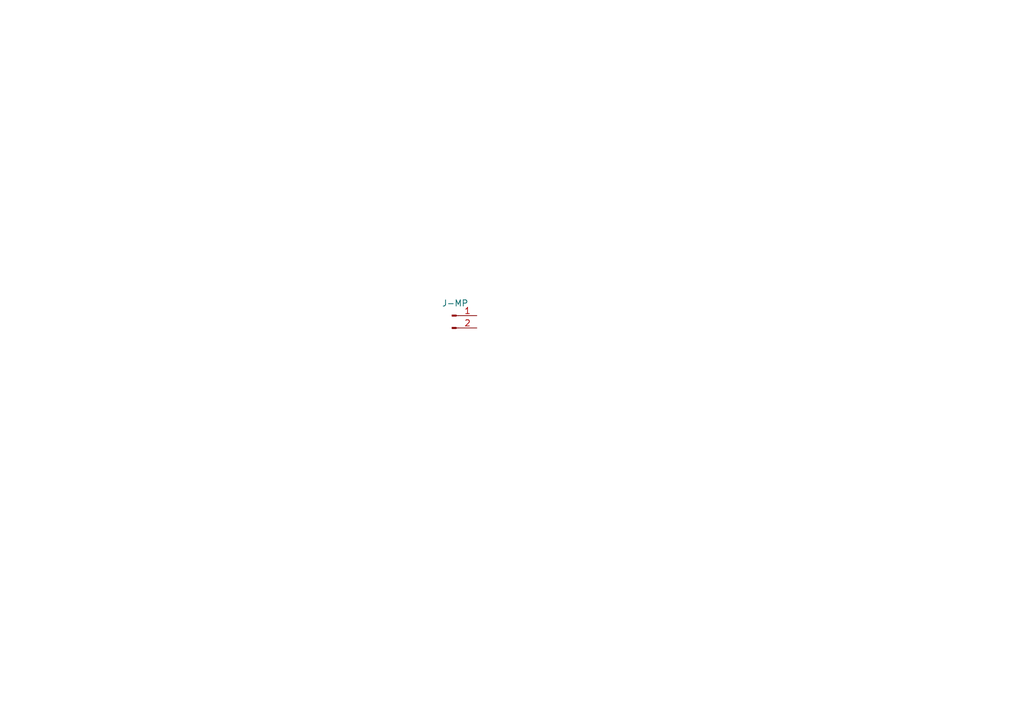
<source format=kicad_sch>
(kicad_sch
	(version 20231120)
	(generator "eeschema")
	(generator_version "8.0")
	(uuid "18b75061-e86b-4bb9-a5cd-055b403403a4")
	(paper "A5")
	(lib_symbols
		(symbol "Connector:Conn_01x02_Pin"
			(pin_names
				(offset 1.016) hide)
			(exclude_from_sim no)
			(in_bom yes)
			(on_board yes)
			(property "Reference" "J"
				(at 0 2.54 0)
				(effects
					(font
						(size 1.27 1.27)
					)
				)
			)
			(property "Value" "Conn_01x02_Pin"
				(at 0 -5.08 0)
				(effects
					(font
						(size 1.27 1.27)
					)
				)
			)
			(property "Footprint" ""
				(at 0 0 0)
				(effects
					(font
						(size 1.27 1.27)
					)
					(hide yes)
				)
			)
			(property "Datasheet" "~"
				(at 0 0 0)
				(effects
					(font
						(size 1.27 1.27)
					)
					(hide yes)
				)
			)
			(property "Description" "Generic connector, single row, 01x02, script generated"
				(at 0 0 0)
				(effects
					(font
						(size 1.27 1.27)
					)
					(hide yes)
				)
			)
			(property "ki_locked" ""
				(at 0 0 0)
				(effects
					(font
						(size 1.27 1.27)
					)
				)
			)
			(property "ki_keywords" "connector"
				(at 0 0 0)
				(effects
					(font
						(size 1.27 1.27)
					)
					(hide yes)
				)
			)
			(property "ki_fp_filters" "Connector*:*_1x??_*"
				(at 0 0 0)
				(effects
					(font
						(size 1.27 1.27)
					)
					(hide yes)
				)
			)
			(symbol "Conn_01x02_Pin_1_1"
				(polyline
					(pts
						(xy 1.27 -2.54) (xy 0.8636 -2.54)
					)
					(stroke
						(width 0.1524)
						(type default)
					)
					(fill
						(type none)
					)
				)
				(polyline
					(pts
						(xy 1.27 0) (xy 0.8636 0)
					)
					(stroke
						(width 0.1524)
						(type default)
					)
					(fill
						(type none)
					)
				)
				(rectangle
					(start 0.8636 -2.413)
					(end 0 -2.667)
					(stroke
						(width 0.1524)
						(type default)
					)
					(fill
						(type outline)
					)
				)
				(rectangle
					(start 0.8636 0.127)
					(end 0 -0.127)
					(stroke
						(width 0.1524)
						(type default)
					)
					(fill
						(type outline)
					)
				)
				(pin passive line
					(at 5.08 0 180)
					(length 3.81)
					(name "Pin_1"
						(effects
							(font
								(size 1.27 1.27)
							)
						)
					)
					(number "1"
						(effects
							(font
								(size 1.27 1.27)
							)
						)
					)
				)
				(pin passive line
					(at 5.08 -2.54 180)
					(length 3.81)
					(name "Pin_2"
						(effects
							(font
								(size 1.27 1.27)
							)
						)
					)
					(number "2"
						(effects
							(font
								(size 1.27 1.27)
							)
						)
					)
				)
			)
		)
	)
	(symbol
		(lib_id "Connector:Conn_01x02_Pin")
		(at 92.71 64.77 0)
		(unit 1)
		(exclude_from_sim no)
		(in_bom yes)
		(on_board yes)
		(dnp no)
		(fields_autoplaced yes)
		(uuid "b9d4bb73-0366-4080-825f-e3ff4b8ed672")
		(property "Reference" "J-MP"
			(at 93.345 62.23 0)
			(effects
				(font
					(size 1.27 1.27)
				)
			)
		)
		(property "Value" "Conn_01x02_Pin"
			(at 93.345 62.23 0)
			(effects
				(font
					(size 1.27 1.27)
				)
				(hide yes)
			)
		)
		(property "Footprint" ""
			(at 92.71 64.77 0)
			(effects
				(font
					(size 1.27 1.27)
				)
				(hide yes)
			)
		)
		(property "Datasheet" "~"
			(at 92.71 64.77 0)
			(effects
				(font
					(size 1.27 1.27)
				)
				(hide yes)
			)
		)
		(property "Description" "Generic connector, single row, 01x02, script generated"
			(at 92.71 64.77 0)
			(effects
				(font
					(size 1.27 1.27)
				)
				(hide yes)
			)
		)
		(pin "2"
			(uuid "1e0d5261-f64a-4b9d-81fc-79c64e6cd3d3")
		)
		(pin "1"
			(uuid "fd552beb-9838-42de-a8cd-5c55173aff64")
		)
		(instances
			(project "MAPA"
				(path "/f2abadc5-268e-4410-973f-1946421fe164/26ff86da-2603-4881-8db2-8e7d350cb7ec"
					(reference "J-MP")
					(unit 1)
				)
			)
		)
	)
)

</source>
